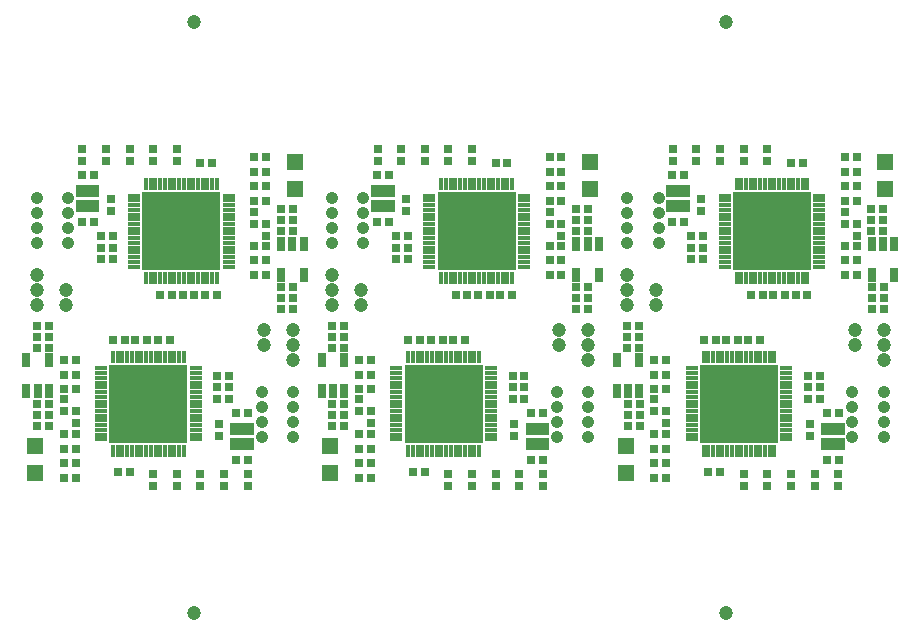
<source format=gbs>
G04*
G04 #@! TF.GenerationSoftware,Altium Limited,Altium Designer,21.1.0 (24)*
G04*
G04 Layer_Color=16711935*
%FSLAX25Y25*%
%MOIN*%
G70*
G04*
G04 #@! TF.SameCoordinates,E17B2B31-19E6-4FC6-9C55-F749E7A6AAE1*
G04*
G04*
G04 #@! TF.FilePolarity,Negative*
G04*
G01*
G75*
%ADD42C,0.04737*%
%ADD44R,0.03162X0.02769*%
%ADD52R,0.02769X0.03162*%
%ADD53C,0.04147*%
%ADD54R,0.05800X0.05800*%
%ADD55R,0.03851X0.04245*%
%ADD56R,0.01784X0.04147*%
%ADD57R,0.04147X0.01784*%
%ADD58R,0.26391X0.26391*%
%ADD59R,0.02965X0.04737*%
D42*
X236221Y39369D02*
D03*
X59055D02*
D03*
Y236221D02*
D03*
X236221Y236220D02*
D03*
X288780Y133517D02*
D03*
Y128517D02*
D03*
Y123517D02*
D03*
X279134Y133517D02*
D03*
Y128517D02*
D03*
X190355Y133517D02*
D03*
Y128517D02*
D03*
Y123517D02*
D03*
X180709Y133517D02*
D03*
Y128517D02*
D03*
X91930Y133517D02*
D03*
Y128517D02*
D03*
Y123517D02*
D03*
X82284Y133517D02*
D03*
Y128517D02*
D03*
X6497Y142073D02*
D03*
Y147073D02*
D03*
Y152073D02*
D03*
X16143Y142073D02*
D03*
Y147073D02*
D03*
X104922Y142073D02*
D03*
Y147073D02*
D03*
Y152073D02*
D03*
X114568Y142073D02*
D03*
Y147073D02*
D03*
X203347Y142073D02*
D03*
Y147073D02*
D03*
Y152073D02*
D03*
X212993Y142073D02*
D03*
Y147073D02*
D03*
D44*
X230316Y86204D02*
D03*
X234253D02*
D03*
X240168Y130198D02*
D03*
X236231D02*
D03*
X232730D02*
D03*
X228793D02*
D03*
X247597D02*
D03*
X243660D02*
D03*
X203375Y127745D02*
D03*
X207312D02*
D03*
X207417Y101692D02*
D03*
Y105342D02*
D03*
Y108991D02*
D03*
X269794Y90366D02*
D03*
X273731D02*
D03*
Y106114D02*
D03*
X269794D02*
D03*
X267440Y118356D02*
D03*
X263503D02*
D03*
Y114509D02*
D03*
X267440D02*
D03*
X207312Y131383D02*
D03*
X203375D02*
D03*
X207312Y134986D02*
D03*
X203375D02*
D03*
X203480Y108991D02*
D03*
Y105342D02*
D03*
Y101692D02*
D03*
X216261Y84449D02*
D03*
X212324D02*
D03*
X212324Y89282D02*
D03*
X216261D02*
D03*
X212324Y94095D02*
D03*
X216261D02*
D03*
X212324Y98937D02*
D03*
X216261D02*
D03*
X263503Y110651D02*
D03*
X267440D02*
D03*
X212324Y113946D02*
D03*
X216261D02*
D03*
X212324Y118750D02*
D03*
X216261D02*
D03*
X212324Y123565D02*
D03*
X216261D02*
D03*
X131891Y86204D02*
D03*
X135828D02*
D03*
X141743Y130198D02*
D03*
X137806D02*
D03*
X134305D02*
D03*
X130368D02*
D03*
X149172D02*
D03*
X145235D02*
D03*
X104949Y127745D02*
D03*
X108886D02*
D03*
X108992Y101692D02*
D03*
Y105342D02*
D03*
Y108991D02*
D03*
X171369Y90366D02*
D03*
X175306D02*
D03*
Y106114D02*
D03*
X171369D02*
D03*
X169015Y118356D02*
D03*
X165078D02*
D03*
Y114509D02*
D03*
X169015D02*
D03*
X108886Y131383D02*
D03*
X104949D02*
D03*
X108886Y134986D02*
D03*
X104949D02*
D03*
X105055Y108991D02*
D03*
Y105342D02*
D03*
Y101692D02*
D03*
X117835Y84449D02*
D03*
X113899D02*
D03*
X113899Y89282D02*
D03*
X117835D02*
D03*
X113899Y94095D02*
D03*
X117835D02*
D03*
X113899Y98937D02*
D03*
X117835D02*
D03*
X165078Y110651D02*
D03*
X169015D02*
D03*
X113899Y113946D02*
D03*
X117835D02*
D03*
X113899Y118750D02*
D03*
X117835D02*
D03*
X113899Y123565D02*
D03*
X117835D02*
D03*
X33465Y86204D02*
D03*
X37402D02*
D03*
X43318Y130198D02*
D03*
X39381D02*
D03*
X35880D02*
D03*
X31943D02*
D03*
X50746D02*
D03*
X46809D02*
D03*
X6524Y127745D02*
D03*
X10461D02*
D03*
X10566Y101692D02*
D03*
Y105342D02*
D03*
Y108991D02*
D03*
X72944Y90366D02*
D03*
X76881D02*
D03*
Y106114D02*
D03*
X72944D02*
D03*
X70590Y118356D02*
D03*
X66653D02*
D03*
Y114509D02*
D03*
X70590D02*
D03*
X10461Y131383D02*
D03*
X6524D02*
D03*
X10461Y134986D02*
D03*
X6524D02*
D03*
X6629Y108991D02*
D03*
Y105342D02*
D03*
Y101692D02*
D03*
X19410Y84449D02*
D03*
X15473D02*
D03*
X15473Y89282D02*
D03*
X19410D02*
D03*
X15473Y94095D02*
D03*
X19410D02*
D03*
X15473Y98937D02*
D03*
X19410D02*
D03*
X66653Y110651D02*
D03*
X70590D02*
D03*
X15473Y113946D02*
D03*
X19410D02*
D03*
X15473Y118750D02*
D03*
X19410D02*
D03*
X15473Y123565D02*
D03*
X19410D02*
D03*
X64961Y189386D02*
D03*
X61024D02*
D03*
X55109Y145393D02*
D03*
X59046D02*
D03*
X62547D02*
D03*
X66484D02*
D03*
X47680D02*
D03*
X51617D02*
D03*
X91903Y147846D02*
D03*
X87966D02*
D03*
X87860Y173899D02*
D03*
Y170249D02*
D03*
Y166599D02*
D03*
X25483Y185225D02*
D03*
X21546D02*
D03*
Y169477D02*
D03*
X25483D02*
D03*
X27837Y157235D02*
D03*
X31774D02*
D03*
Y161081D02*
D03*
X27837D02*
D03*
X87966Y144208D02*
D03*
X91903D02*
D03*
X87966Y140604D02*
D03*
X91903D02*
D03*
X91797Y166599D02*
D03*
Y170249D02*
D03*
Y173899D02*
D03*
X79016Y191142D02*
D03*
X82953D02*
D03*
X82953Y186309D02*
D03*
X79016D02*
D03*
X82953Y181496D02*
D03*
X79016D02*
D03*
X82953Y176654D02*
D03*
X79016D02*
D03*
X31774Y164939D02*
D03*
X27837D02*
D03*
X82953Y161644D02*
D03*
X79016D02*
D03*
X82953Y156841D02*
D03*
X79016D02*
D03*
X82953Y152026D02*
D03*
X79016D02*
D03*
X163387Y189386D02*
D03*
X159450D02*
D03*
X153534Y145393D02*
D03*
X157471D02*
D03*
X160972D02*
D03*
X164909D02*
D03*
X146106D02*
D03*
X150042D02*
D03*
X190328Y147846D02*
D03*
X186391D02*
D03*
X186285Y173899D02*
D03*
Y170249D02*
D03*
Y166599D02*
D03*
X123908Y185225D02*
D03*
X119971D02*
D03*
Y169477D02*
D03*
X123908D02*
D03*
X126262Y157235D02*
D03*
X130200D02*
D03*
Y161081D02*
D03*
X126262D02*
D03*
X186391Y144208D02*
D03*
X190328D02*
D03*
X186391Y140604D02*
D03*
X190328D02*
D03*
X190222Y166599D02*
D03*
Y170249D02*
D03*
Y173899D02*
D03*
X177442Y191142D02*
D03*
X181379D02*
D03*
X181379Y186309D02*
D03*
X177442D02*
D03*
X181379Y181496D02*
D03*
X177442D02*
D03*
X181379Y176654D02*
D03*
X177442D02*
D03*
X130200Y164939D02*
D03*
X126262D02*
D03*
X181379Y161644D02*
D03*
X177442D02*
D03*
X181379Y156841D02*
D03*
X177442D02*
D03*
X181379Y152026D02*
D03*
X177442D02*
D03*
X261812Y189386D02*
D03*
X257875D02*
D03*
X251960Y145393D02*
D03*
X255897D02*
D03*
X259397D02*
D03*
X263334D02*
D03*
X244531D02*
D03*
X248468D02*
D03*
X288753Y147846D02*
D03*
X284816D02*
D03*
X284711Y173899D02*
D03*
Y170249D02*
D03*
Y166599D02*
D03*
X222333Y185225D02*
D03*
X218396D02*
D03*
Y169477D02*
D03*
X222333D02*
D03*
X224688Y157235D02*
D03*
X228625D02*
D03*
Y161081D02*
D03*
X224688D02*
D03*
X284816Y144208D02*
D03*
X288753D02*
D03*
X284816Y140604D02*
D03*
X288753D02*
D03*
X288648Y166599D02*
D03*
Y170249D02*
D03*
Y173899D02*
D03*
X275867Y191142D02*
D03*
X279804D02*
D03*
X279804Y186309D02*
D03*
X275867D02*
D03*
X279804Y181496D02*
D03*
X275867D02*
D03*
X279804Y176654D02*
D03*
X275867D02*
D03*
X228625Y164939D02*
D03*
X224688D02*
D03*
X279804Y161644D02*
D03*
X275867D02*
D03*
X279804Y156841D02*
D03*
X275867D02*
D03*
X279804Y152026D02*
D03*
X275867D02*
D03*
D52*
X273623Y81559D02*
D03*
Y85496D02*
D03*
X265749Y81559D02*
D03*
Y85496D02*
D03*
X257875Y81559D02*
D03*
Y85496D02*
D03*
X250001Y81559D02*
D03*
Y85496D02*
D03*
X242127Y81559D02*
D03*
Y85496D02*
D03*
X264126Y98204D02*
D03*
Y102141D02*
D03*
X216261Y106635D02*
D03*
Y102699D02*
D03*
X212324Y106635D02*
D03*
Y110573D02*
D03*
X175198Y81559D02*
D03*
Y85496D02*
D03*
X167324Y81559D02*
D03*
Y85496D02*
D03*
X159450Y81559D02*
D03*
Y85496D02*
D03*
X151576Y81559D02*
D03*
Y85496D02*
D03*
X143702Y81559D02*
D03*
Y85496D02*
D03*
X165700Y98204D02*
D03*
Y102141D02*
D03*
X117835Y106635D02*
D03*
Y102699D02*
D03*
X113899Y106635D02*
D03*
Y110573D02*
D03*
X76772Y81559D02*
D03*
Y85496D02*
D03*
X68898Y81559D02*
D03*
Y85496D02*
D03*
X61024Y81559D02*
D03*
Y85496D02*
D03*
X53150Y81559D02*
D03*
Y85496D02*
D03*
X45276Y81559D02*
D03*
Y85496D02*
D03*
X67275Y98204D02*
D03*
Y102141D02*
D03*
X19410Y106635D02*
D03*
Y102699D02*
D03*
X15473Y106635D02*
D03*
Y110573D02*
D03*
X21654Y194032D02*
D03*
Y190095D02*
D03*
X29528Y194032D02*
D03*
Y190095D02*
D03*
X37402Y194032D02*
D03*
Y190095D02*
D03*
X45276Y194032D02*
D03*
Y190095D02*
D03*
X53150Y194032D02*
D03*
Y190095D02*
D03*
X31152Y177387D02*
D03*
Y173450D02*
D03*
X79016Y168955D02*
D03*
Y172892D02*
D03*
X82953Y168955D02*
D03*
Y165018D02*
D03*
X120080Y194032D02*
D03*
Y190095D02*
D03*
X127954Y194032D02*
D03*
Y190095D02*
D03*
X135828Y194032D02*
D03*
Y190095D02*
D03*
X143702Y194032D02*
D03*
Y190095D02*
D03*
X151576Y194032D02*
D03*
Y190095D02*
D03*
X129577Y177387D02*
D03*
Y173450D02*
D03*
X177442Y168955D02*
D03*
Y172892D02*
D03*
X181379Y168955D02*
D03*
Y165018D02*
D03*
X218505Y194032D02*
D03*
Y190095D02*
D03*
X226379Y194032D02*
D03*
Y190095D02*
D03*
X234253Y194032D02*
D03*
Y190095D02*
D03*
X242127Y194032D02*
D03*
Y190095D02*
D03*
X250001Y194032D02*
D03*
Y190095D02*
D03*
X228002Y177387D02*
D03*
Y173450D02*
D03*
X275867Y168955D02*
D03*
Y172892D02*
D03*
X279804Y168955D02*
D03*
Y165018D02*
D03*
D53*
X278347Y103046D02*
D03*
Y98046D02*
D03*
Y113046D02*
D03*
Y108046D02*
D03*
X288780D02*
D03*
Y113046D02*
D03*
Y98046D02*
D03*
Y103046D02*
D03*
X179922D02*
D03*
Y98046D02*
D03*
Y113046D02*
D03*
Y108046D02*
D03*
X190355D02*
D03*
Y113046D02*
D03*
Y98046D02*
D03*
Y103046D02*
D03*
X81497D02*
D03*
Y98046D02*
D03*
Y113046D02*
D03*
Y108046D02*
D03*
X91930D02*
D03*
Y113046D02*
D03*
Y98046D02*
D03*
Y103046D02*
D03*
X16930Y172544D02*
D03*
Y177544D02*
D03*
Y162544D02*
D03*
Y167544D02*
D03*
X6497D02*
D03*
Y162544D02*
D03*
Y177544D02*
D03*
Y172544D02*
D03*
X115355D02*
D03*
Y177544D02*
D03*
Y162544D02*
D03*
Y167544D02*
D03*
X104922D02*
D03*
Y162544D02*
D03*
Y177544D02*
D03*
Y172544D02*
D03*
X213780D02*
D03*
Y177544D02*
D03*
Y162544D02*
D03*
Y167544D02*
D03*
X203347D02*
D03*
Y162544D02*
D03*
Y177544D02*
D03*
Y172544D02*
D03*
D54*
X202757Y95055D02*
D03*
Y86055D02*
D03*
X104332Y95055D02*
D03*
Y86055D02*
D03*
X5906Y95055D02*
D03*
Y86055D02*
D03*
X92520Y180535D02*
D03*
Y189535D02*
D03*
X190946Y180535D02*
D03*
Y189535D02*
D03*
X289371Y180535D02*
D03*
Y189535D02*
D03*
D55*
X273731Y95474D02*
D03*
X269893Y100494D02*
D03*
X273731D02*
D03*
X269893Y95474D02*
D03*
X175306D02*
D03*
X171468Y100494D02*
D03*
X175306D02*
D03*
X171468Y95474D02*
D03*
X76881D02*
D03*
X73042Y100494D02*
D03*
X76881D02*
D03*
X73042Y95474D02*
D03*
X21546Y180116D02*
D03*
X25384Y175097D02*
D03*
X21546D02*
D03*
X25384Y180116D02*
D03*
X119971D02*
D03*
X123810Y175097D02*
D03*
X119971D02*
D03*
X123810Y180116D02*
D03*
X218396D02*
D03*
X222235Y175097D02*
D03*
X218396D02*
D03*
X222235Y180116D02*
D03*
D56*
X228747Y124746D02*
D03*
X230322D02*
D03*
X231897D02*
D03*
X233471D02*
D03*
X235046D02*
D03*
X236621D02*
D03*
X238196D02*
D03*
X239771D02*
D03*
X241345D02*
D03*
X242920D02*
D03*
X244495D02*
D03*
X246070D02*
D03*
X247645D02*
D03*
X249219D02*
D03*
X250794D02*
D03*
X252369D02*
D03*
X228747Y93250D02*
D03*
X230322D02*
D03*
X231897D02*
D03*
X233471D02*
D03*
X235046D02*
D03*
X236621D02*
D03*
X238196D02*
D03*
X239771D02*
D03*
X241345D02*
D03*
X242920D02*
D03*
X244495D02*
D03*
X246070D02*
D03*
X247645D02*
D03*
X249219D02*
D03*
X250794D02*
D03*
X252369D02*
D03*
X130322Y124746D02*
D03*
X131897D02*
D03*
X133471D02*
D03*
X135046D02*
D03*
X136621D02*
D03*
X138196D02*
D03*
X139771D02*
D03*
X141345D02*
D03*
X142920D02*
D03*
X144495D02*
D03*
X146070D02*
D03*
X147645D02*
D03*
X149219D02*
D03*
X150794D02*
D03*
X152369D02*
D03*
X153944D02*
D03*
X130322Y93250D02*
D03*
X131897D02*
D03*
X133471D02*
D03*
X135046D02*
D03*
X136621D02*
D03*
X138196D02*
D03*
X139771D02*
D03*
X141345D02*
D03*
X142920D02*
D03*
X144495D02*
D03*
X146070D02*
D03*
X147645D02*
D03*
X149219D02*
D03*
X150794D02*
D03*
X152369D02*
D03*
X153944D02*
D03*
X31897Y124746D02*
D03*
X33471D02*
D03*
X35046D02*
D03*
X36621D02*
D03*
X38196D02*
D03*
X39771D02*
D03*
X41345D02*
D03*
X42920D02*
D03*
X44495D02*
D03*
X46070D02*
D03*
X47645D02*
D03*
X49219D02*
D03*
X50794D02*
D03*
X52369D02*
D03*
X53944D02*
D03*
X55519D02*
D03*
X31897Y93250D02*
D03*
X33471D02*
D03*
X35046D02*
D03*
X36621D02*
D03*
X38196D02*
D03*
X39771D02*
D03*
X41345D02*
D03*
X42920D02*
D03*
X44495D02*
D03*
X46070D02*
D03*
X47645D02*
D03*
X49219D02*
D03*
X50794D02*
D03*
X52369D02*
D03*
X53944D02*
D03*
X55519D02*
D03*
X66530Y150845D02*
D03*
X64955D02*
D03*
X63381D02*
D03*
X61806D02*
D03*
X60231D02*
D03*
X58656D02*
D03*
X57081D02*
D03*
X55507D02*
D03*
X53932D02*
D03*
X52357D02*
D03*
X50782D02*
D03*
X49207D02*
D03*
X47633D02*
D03*
X46058D02*
D03*
X44483D02*
D03*
X42908D02*
D03*
X66530Y182341D02*
D03*
X64955D02*
D03*
X63381D02*
D03*
X61806D02*
D03*
X60231D02*
D03*
X58656D02*
D03*
X57081D02*
D03*
X55507D02*
D03*
X53932D02*
D03*
X52357D02*
D03*
X50782D02*
D03*
X49207D02*
D03*
X47633D02*
D03*
X46058D02*
D03*
X44483D02*
D03*
X42908D02*
D03*
X164955Y150845D02*
D03*
X163381D02*
D03*
X161806D02*
D03*
X160231D02*
D03*
X158656D02*
D03*
X157081D02*
D03*
X155507D02*
D03*
X153932D02*
D03*
X152357D02*
D03*
X150782D02*
D03*
X149207D02*
D03*
X147633D02*
D03*
X146058D02*
D03*
X144483D02*
D03*
X142908D02*
D03*
X141333D02*
D03*
X164955Y182341D02*
D03*
X163381D02*
D03*
X161806D02*
D03*
X160231D02*
D03*
X158656D02*
D03*
X157081D02*
D03*
X155507D02*
D03*
X153932D02*
D03*
X152357D02*
D03*
X150782D02*
D03*
X149207D02*
D03*
X147633D02*
D03*
X146058D02*
D03*
X144483D02*
D03*
X142908D02*
D03*
X141333D02*
D03*
X263381Y150845D02*
D03*
X261806D02*
D03*
X260231D02*
D03*
X258656D02*
D03*
X257081D02*
D03*
X255507D02*
D03*
X253932D02*
D03*
X252357D02*
D03*
X250782D02*
D03*
X249207D02*
D03*
X247633D02*
D03*
X246058D02*
D03*
X244483D02*
D03*
X242908D02*
D03*
X241333D02*
D03*
X239759D02*
D03*
X263381Y182341D02*
D03*
X261806D02*
D03*
X260231D02*
D03*
X258656D02*
D03*
X257081D02*
D03*
X255507D02*
D03*
X253932D02*
D03*
X252357D02*
D03*
X250782D02*
D03*
X249207D02*
D03*
X247633D02*
D03*
X246058D02*
D03*
X244483D02*
D03*
X242908D02*
D03*
X241333D02*
D03*
X239759D02*
D03*
D57*
X224810Y120809D02*
D03*
Y119234D02*
D03*
Y117659D02*
D03*
Y116084D02*
D03*
Y114509D02*
D03*
Y112935D02*
D03*
Y111360D02*
D03*
Y109785D02*
D03*
Y108210D02*
D03*
Y106635D02*
D03*
Y105061D02*
D03*
Y103486D02*
D03*
Y101911D02*
D03*
Y100336D02*
D03*
Y98761D02*
D03*
Y97187D02*
D03*
X256306D02*
D03*
Y98761D02*
D03*
Y100336D02*
D03*
Y101911D02*
D03*
Y103486D02*
D03*
Y105061D02*
D03*
Y106635D02*
D03*
Y108210D02*
D03*
Y109785D02*
D03*
Y111360D02*
D03*
Y112935D02*
D03*
Y114509D02*
D03*
Y116084D02*
D03*
Y117659D02*
D03*
Y119234D02*
D03*
Y120809D02*
D03*
X126385D02*
D03*
Y119234D02*
D03*
Y117659D02*
D03*
Y116084D02*
D03*
Y114509D02*
D03*
Y112935D02*
D03*
Y111360D02*
D03*
Y109785D02*
D03*
Y108210D02*
D03*
Y106635D02*
D03*
Y105061D02*
D03*
Y103486D02*
D03*
Y101911D02*
D03*
Y100336D02*
D03*
Y98761D02*
D03*
Y97187D02*
D03*
X157881D02*
D03*
Y98761D02*
D03*
Y100336D02*
D03*
Y101911D02*
D03*
Y103486D02*
D03*
Y105061D02*
D03*
Y106635D02*
D03*
Y108210D02*
D03*
Y109785D02*
D03*
Y111360D02*
D03*
Y112935D02*
D03*
Y114509D02*
D03*
Y116084D02*
D03*
Y117659D02*
D03*
Y119234D02*
D03*
Y120809D02*
D03*
X27960D02*
D03*
Y119234D02*
D03*
Y117659D02*
D03*
Y116084D02*
D03*
Y114509D02*
D03*
Y112935D02*
D03*
Y111360D02*
D03*
Y109785D02*
D03*
Y108210D02*
D03*
Y106635D02*
D03*
Y105061D02*
D03*
Y103486D02*
D03*
Y101911D02*
D03*
Y100336D02*
D03*
Y98761D02*
D03*
Y97187D02*
D03*
X59456D02*
D03*
Y98761D02*
D03*
Y100336D02*
D03*
Y101911D02*
D03*
Y103486D02*
D03*
Y105061D02*
D03*
Y106635D02*
D03*
Y108210D02*
D03*
Y109785D02*
D03*
Y111360D02*
D03*
Y112935D02*
D03*
Y114509D02*
D03*
Y116084D02*
D03*
Y117659D02*
D03*
Y119234D02*
D03*
Y120809D02*
D03*
X70467Y154782D02*
D03*
Y156357D02*
D03*
Y157931D02*
D03*
Y159506D02*
D03*
Y161081D02*
D03*
Y162656D02*
D03*
Y164231D02*
D03*
Y165805D02*
D03*
Y167380D02*
D03*
Y168955D02*
D03*
Y170530D02*
D03*
Y172105D02*
D03*
Y173679D02*
D03*
Y175254D02*
D03*
Y176829D02*
D03*
Y178404D02*
D03*
X38971D02*
D03*
Y176829D02*
D03*
Y175254D02*
D03*
Y173679D02*
D03*
Y172105D02*
D03*
Y170530D02*
D03*
Y168955D02*
D03*
Y167380D02*
D03*
Y165805D02*
D03*
Y164231D02*
D03*
Y162656D02*
D03*
Y161081D02*
D03*
Y159506D02*
D03*
Y157931D02*
D03*
Y156357D02*
D03*
Y154782D02*
D03*
X168892D02*
D03*
Y156357D02*
D03*
Y157931D02*
D03*
Y159506D02*
D03*
Y161081D02*
D03*
Y162656D02*
D03*
Y164231D02*
D03*
Y165805D02*
D03*
Y167380D02*
D03*
Y168955D02*
D03*
Y170530D02*
D03*
Y172105D02*
D03*
Y173679D02*
D03*
Y175254D02*
D03*
Y176829D02*
D03*
Y178404D02*
D03*
X137396D02*
D03*
Y176829D02*
D03*
Y175254D02*
D03*
Y173679D02*
D03*
Y172105D02*
D03*
Y170530D02*
D03*
Y168955D02*
D03*
Y167380D02*
D03*
Y165805D02*
D03*
Y164231D02*
D03*
Y162656D02*
D03*
Y161081D02*
D03*
Y159506D02*
D03*
Y157931D02*
D03*
Y156357D02*
D03*
Y154782D02*
D03*
X267318D02*
D03*
Y156357D02*
D03*
Y157931D02*
D03*
Y159506D02*
D03*
Y161081D02*
D03*
Y162656D02*
D03*
Y164231D02*
D03*
Y165805D02*
D03*
Y167380D02*
D03*
Y168955D02*
D03*
Y170530D02*
D03*
Y172105D02*
D03*
Y173679D02*
D03*
Y175254D02*
D03*
Y176829D02*
D03*
Y178404D02*
D03*
X235822D02*
D03*
Y176829D02*
D03*
Y175254D02*
D03*
Y173679D02*
D03*
Y172105D02*
D03*
Y170530D02*
D03*
Y168955D02*
D03*
Y167380D02*
D03*
Y165805D02*
D03*
Y164231D02*
D03*
Y162656D02*
D03*
Y161081D02*
D03*
Y159506D02*
D03*
Y157931D02*
D03*
Y156357D02*
D03*
Y154782D02*
D03*
D58*
X240558Y108998D02*
D03*
X142133D02*
D03*
X43708D02*
D03*
X54719Y166593D02*
D03*
X153144D02*
D03*
X251570D02*
D03*
D59*
X199871Y123512D02*
D03*
X207351D02*
D03*
X203611Y113276D02*
D03*
X207351D02*
D03*
X199871D02*
D03*
X101445Y123512D02*
D03*
X108926D02*
D03*
X105186Y113276D02*
D03*
X108926D02*
D03*
X101445D02*
D03*
X3020Y123512D02*
D03*
X10501D02*
D03*
X6761Y113276D02*
D03*
X10501D02*
D03*
X3020D02*
D03*
X95406Y152079D02*
D03*
X87926D02*
D03*
X91666Y162315D02*
D03*
X87926D02*
D03*
X95406D02*
D03*
X193832Y152079D02*
D03*
X186351D02*
D03*
X190092Y162315D02*
D03*
X186351D02*
D03*
X193832D02*
D03*
X292257Y152079D02*
D03*
X284776D02*
D03*
X288517Y162315D02*
D03*
X284776D02*
D03*
X292257D02*
D03*
M02*

</source>
